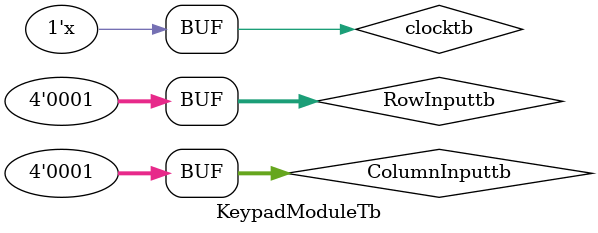
<source format=v>
`timescale 1ns / 1ps


module KeypadModuleTb();

reg [3:0] RowInputtb;
reg [3:0] ColumnInputtb;
reg clocktb;
wire [3:0] KeyOutputtb;


KeypadModule uut(.RowInput(RowInputtb),
    .ColumnInput(ColumnInputtb),
    .clock(clocktb),
    .KeyOutput(KeyOutputtb));

initial
begin
    clocktb = 0;
    
    #0
        RowInputtb = 4'bxxxx; //should give nothing 
        ColumnInputtb = 4'bxxxx; //should give nothing
        
    #10 
        RowInputtb = 4'b0001; 
        ColumnInputtb = 4'b0001;
    #5 
        ColumnInputtb = 4'b0010;
    #5 
        ColumnInputtb = 4'b0100;
    #5 
        ColumnInputtb = 4'b1000;
        
    #10 
        RowInputtb = 4'b0010; 
        ColumnInputtb = 4'b0001;
    #5 
        ColumnInputtb = 4'b0010;
    #5 
        ColumnInputtb = 4'b0100;
    #5 
        ColumnInputtb = 4'b1000;
    
    #10 
        RowInputtb = 4'b0100; 
        ColumnInputtb = 4'b0001;
    #5 
        ColumnInputtb = 4'b0010;
    #5 
        ColumnInputtb = 4'b0100;
    #5 
        ColumnInputtb = 4'b1000;
        
    #10 
        RowInputtb = 4'b1000; 
        ColumnInputtb = 4'b0001;
    #5 
        ColumnInputtb = 4'b0010;
    #5 
        ColumnInputtb = 4'b0100;
    #5 
        ColumnInputtb = 4'b1000;
    #10 //should give nothing
        RowInputtb = 4'b1101; 
        ColumnInputtb = 4'b1001;
    #10    
        RowInputtb = 4'b1001; 
        ColumnInputtb = 4'b1001;
        
    #5
        RowInputtb = 4'b0001; 
        ColumnInputtb = 4'b0001;    
    #5
        ColumnInputtb = 4'b0001;    
end    


always
        begin
                #1 clocktb=~clocktb;  // Clock Pulse Generation
        end
        
        
        
    
endmodule

</source>
